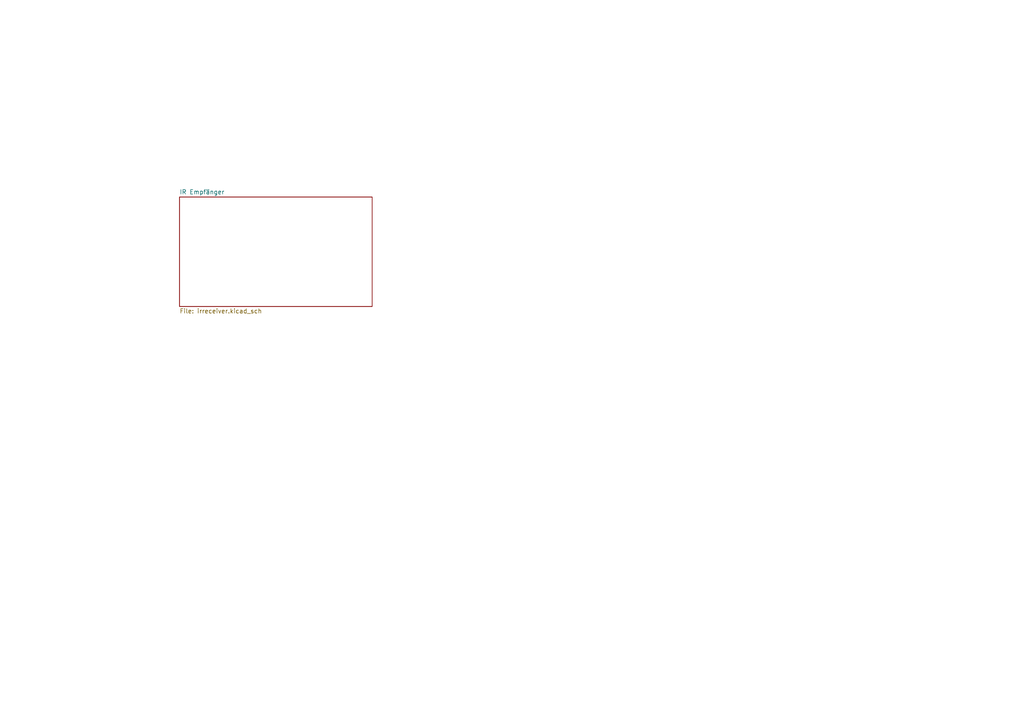
<source format=kicad_sch>
(kicad_sch (version 20230121) (generator eeschema)
  (paper "A4")
  (title_block (title "IR Receiver") (date "2022-11-23") (rev "3") (company "FH Dortmund - 42nibbles") (comment 1 "Jannik Schmöle"))
  (lib_symbols)
  (sheet (at 52.07 57.15) (size 55.88 31.75) (stroke (width 0.1524))
    (property "Sheetname" "IR Empfänger" (at 52.07 56.4384 0) (effects (justify left bottom)))
    (property "Sheetfile" "irreceiver.kicad_sch" (at 52.07 89.4846 0) (effects (justify left top)))
  )
)
</source>
